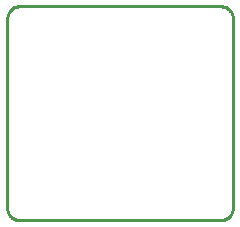
<source format=gko>
G04 EAGLE Gerber RS-274X export*
G75*
%MOMM*%
%FSLAX34Y34*%
%LPD*%
%INBoard Outline*%
%IPPOS*%
%AMOC8*
5,1,8,0,0,1.08239X$1,22.5*%
G01*
%ADD10C,0.000000*%
%ADD11C,0.254000*%


D10*
X175Y170759D02*
X10Y10000D01*
X13Y9759D01*
X21Y9517D01*
X36Y9276D01*
X56Y9035D01*
X82Y8795D01*
X114Y8555D01*
X151Y8316D01*
X195Y8079D01*
X244Y7842D01*
X298Y7607D01*
X359Y7373D01*
X425Y7140D01*
X497Y6909D01*
X574Y6681D01*
X657Y6453D01*
X745Y6228D01*
X839Y6006D01*
X938Y5785D01*
X1042Y5567D01*
X1151Y5352D01*
X1266Y5139D01*
X1386Y4929D01*
X1511Y4722D01*
X1641Y4518D01*
X1775Y4318D01*
X1915Y4121D01*
X2059Y3927D01*
X2208Y3736D01*
X2361Y3550D01*
X2519Y3367D01*
X2681Y3188D01*
X2848Y3012D01*
X3019Y2841D01*
X3194Y2675D01*
X3372Y2512D01*
X3555Y2354D01*
X3741Y2200D01*
X3932Y2051D01*
X4125Y1906D01*
X4322Y1767D01*
X4523Y1631D01*
X4726Y1501D01*
X4933Y1376D01*
X5143Y1256D01*
X5355Y1141D01*
X5571Y1031D01*
X5788Y926D01*
X6009Y827D01*
X6231Y733D01*
X6456Y644D01*
X6683Y561D01*
X6912Y484D01*
X7143Y412D01*
X7375Y345D01*
X7609Y284D01*
X7844Y229D01*
X8081Y180D01*
X8318Y136D01*
X8557Y98D01*
X8796Y66D01*
X9037Y39D01*
X9277Y19D01*
X9519Y4D01*
X9760Y-5D01*
X10002Y-8D01*
X181002Y-150D01*
X181001Y-150D02*
X181243Y-147D01*
X181485Y-139D01*
X181726Y-124D01*
X181967Y-104D01*
X182207Y-78D01*
X182447Y-46D01*
X182686Y-8D01*
X182924Y36D01*
X183160Y85D01*
X183396Y140D01*
X183630Y200D01*
X183862Y266D01*
X184093Y338D01*
X184322Y416D01*
X184549Y499D01*
X184774Y587D01*
X184997Y681D01*
X185218Y780D01*
X185436Y884D01*
X185651Y994D01*
X185864Y1109D01*
X186074Y1229D01*
X186281Y1354D01*
X186485Y1484D01*
X186685Y1618D01*
X186883Y1758D01*
X187077Y1902D01*
X187267Y2052D01*
X187454Y2205D01*
X187637Y2363D01*
X187816Y2526D01*
X187991Y2692D01*
X188162Y2863D01*
X188329Y3038D01*
X188491Y3217D01*
X188650Y3400D01*
X188803Y3586D01*
X188952Y3777D01*
X189097Y3971D01*
X189237Y4168D01*
X189372Y4368D01*
X189502Y4572D01*
X189627Y4779D01*
X189747Y4989D01*
X189862Y5201D01*
X189972Y5417D01*
X190077Y5635D01*
X190176Y5855D01*
X190270Y6078D01*
X190359Y6303D01*
X190442Y6530D01*
X190519Y6759D01*
X190591Y6990D01*
X190658Y7222D01*
X190718Y7456D01*
X190773Y7692D01*
X190823Y7928D01*
X190867Y8166D01*
X190904Y8405D01*
X190937Y8644D01*
X190963Y8885D01*
X190983Y9126D01*
X190998Y9367D01*
X191007Y9609D01*
X191010Y9850D01*
X191010Y170785D01*
X191007Y171027D01*
X190998Y171268D01*
X190984Y171509D01*
X190963Y171750D01*
X190937Y171990D01*
X190905Y172230D01*
X190867Y172469D01*
X190824Y172706D01*
X190774Y172943D01*
X190719Y173178D01*
X190659Y173412D01*
X190592Y173645D01*
X190520Y173875D01*
X190443Y174104D01*
X190360Y174331D01*
X190272Y174556D01*
X190178Y174779D01*
X190079Y174999D01*
X189974Y175217D01*
X189864Y175433D01*
X189749Y175645D01*
X189629Y175855D01*
X189504Y176062D01*
X189374Y176266D01*
X189240Y176466D01*
X189100Y176663D01*
X188955Y176857D01*
X188806Y177047D01*
X188653Y177234D01*
X188495Y177417D01*
X188332Y177596D01*
X188166Y177771D01*
X187995Y177941D01*
X187820Y178108D01*
X187641Y178271D01*
X187458Y178429D01*
X187271Y178582D01*
X187081Y178731D01*
X186887Y178876D01*
X186690Y179015D01*
X186489Y179150D01*
X186286Y179280D01*
X186079Y179405D01*
X185869Y179525D01*
X185656Y179640D01*
X185441Y179750D01*
X185223Y179854D01*
X185003Y179953D01*
X184780Y180047D01*
X184555Y180136D01*
X184328Y180218D01*
X184099Y180296D01*
X183868Y180368D01*
X183636Y180434D01*
X183402Y180495D01*
X183167Y180550D01*
X182930Y180599D01*
X182692Y180642D01*
X182454Y180680D01*
X182214Y180712D01*
X181974Y180738D01*
X181733Y180759D01*
X181492Y180773D01*
X181250Y180782D01*
X181009Y180785D01*
X10174Y180760D01*
X10174Y180761D02*
X9932Y180759D01*
X9691Y180751D01*
X9449Y180737D01*
X9208Y180717D01*
X8968Y180691D01*
X8728Y180660D01*
X8489Y180622D01*
X8251Y180579D01*
X8014Y180531D01*
X7778Y180476D01*
X7544Y180416D01*
X7311Y180350D01*
X7080Y180278D01*
X6851Y180201D01*
X6624Y180118D01*
X6398Y180030D01*
X6175Y179937D01*
X5955Y179838D01*
X5737Y179733D01*
X5521Y179624D01*
X5308Y179509D01*
X5098Y179389D01*
X4891Y179264D01*
X4687Y179134D01*
X4486Y178999D01*
X4289Y178860D01*
X4095Y178715D01*
X3904Y178566D01*
X3717Y178412D01*
X3534Y178254D01*
X3355Y178092D01*
X3180Y177925D01*
X3009Y177754D01*
X2842Y177579D01*
X2680Y177400D01*
X2522Y177217D01*
X2368Y177030D01*
X2219Y176839D01*
X2075Y176645D01*
X1935Y176448D01*
X1800Y176247D01*
X1670Y176043D01*
X1546Y175836D01*
X1426Y175626D01*
X1311Y175413D01*
X1201Y175197D01*
X1097Y174979D01*
X998Y174758D01*
X905Y174535D01*
X817Y174310D01*
X734Y174083D01*
X657Y173853D01*
X585Y173622D01*
X520Y173390D01*
X459Y173155D01*
X405Y172920D01*
X356Y172683D01*
X313Y172445D01*
X276Y172206D01*
X244Y171966D01*
X219Y171725D01*
X199Y171484D01*
X185Y171243D01*
X177Y171001D01*
X175Y170759D01*
D11*
X10Y10000D02*
X48Y9128D01*
X161Y8263D01*
X349Y7412D01*
X610Y6579D01*
X943Y5773D01*
X1345Y4999D01*
X1813Y4263D01*
X2344Y3571D01*
X2932Y2927D01*
X3575Y2337D01*
X4267Y1805D01*
X5002Y1336D01*
X5775Y932D01*
X6581Y598D01*
X7412Y335D01*
X8264Y145D01*
X9129Y31D01*
X10000Y-8D01*
X10002Y-8D01*
X181002Y-150D01*
X181874Y-112D01*
X182739Y1D01*
X183591Y190D01*
X184423Y452D01*
X185230Y786D01*
X186004Y1188D01*
X186740Y1657D01*
X187433Y2188D01*
X188077Y2777D01*
X188667Y3420D01*
X189198Y4112D01*
X189667Y4848D01*
X190071Y5622D01*
X190405Y6428D01*
X190668Y7260D01*
X190857Y8112D01*
X190972Y8978D01*
X191010Y9849D01*
X191010Y9850D01*
X191010Y170785D01*
X190972Y171656D01*
X190858Y172521D01*
X190669Y173373D01*
X190407Y174205D01*
X190073Y175011D01*
X189670Y175785D01*
X189202Y176520D01*
X188670Y177213D01*
X188081Y177856D01*
X187438Y178445D01*
X186746Y178976D01*
X186010Y179445D01*
X185236Y179848D01*
X184430Y180182D01*
X183598Y180444D01*
X182746Y180633D01*
X181882Y180747D01*
X181010Y180785D01*
X181009Y180785D01*
X10174Y180760D01*
X9305Y180725D01*
X8442Y180614D01*
X7592Y180428D01*
X6762Y180169D01*
X5958Y179839D01*
X5185Y179439D01*
X4450Y178974D01*
X3759Y178447D01*
X3116Y177861D01*
X2526Y177222D01*
X1995Y176533D01*
X1525Y175801D01*
X1121Y175031D01*
X786Y174228D01*
X522Y173399D01*
X332Y172551D01*
X215Y171689D01*
X175Y170820D01*
X175Y170759D01*
X10Y10000D01*
M02*

</source>
